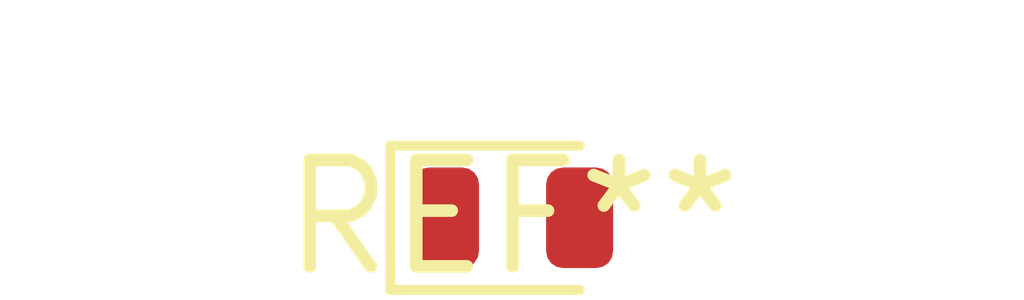
<source format=kicad_pcb>
(kicad_pcb (version 20240108) (generator pcbnew)
  (layers (0 "F.Cu" signal) (31 "B.Cu" signal) (34 "B.Paste" user) (35 "F.Paste" user) (36 "B.SilkS" user "B.Silkscreen") (37 "F.SilkS" user "F.Silkscreen") (38 "B.Mask" user) (39 "F.Mask" user) (44 "Edge.Cuts" user))
  (net 0 "")
  (footprint "D_MicroMELF" (layer "F.Cu") (at 0 0)
    (property "Reference" "REF**")
    (property "Value" "D_MicroMELF")
    (fp_line (start -1.46 -0.86) (end -1.46 0.86) (layer "F.SilkS") (stroke (width 0.12)))
    (fp_line (start -1.46 0.86) (end 0.8 0.86) (layer "F.SilkS") (stroke (width 0.12)))
    (fp_line (start 0.8 -0.86) (end -1.46 -0.86) (layer "F.SilkS") (stroke (width 0.12)))
    (pad "1" smd roundrect (at -0.8 0) (size 0.8 1.2) (layers "F.Cu" "F.Paste" "F.Mask"))
    (pad "2" smd roundrect (at 0.8 0) (size 0.8 1.2) (layers "F.Cu" "F.Paste" "F.Mask"))
  )
)
</source>
